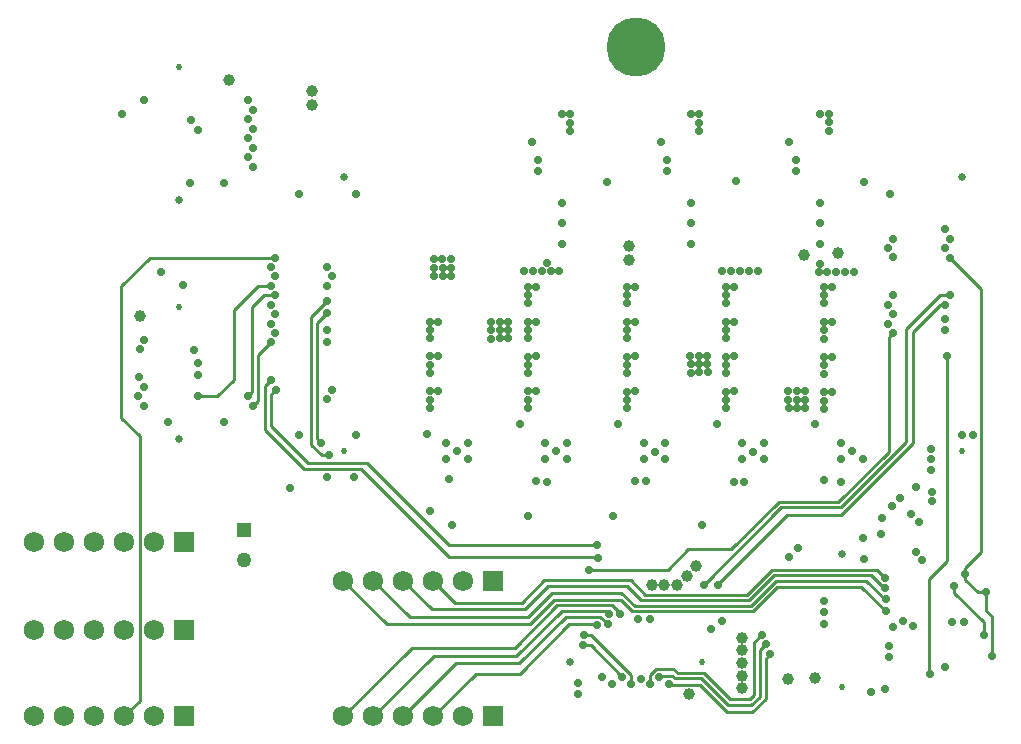
<source format=gbr>
%TF.GenerationSoftware,KiCad,Pcbnew,7.0.2*%
%TF.CreationDate,2023-06-06T11:51:25+03:00*%
%TF.ProjectId,MB_V1,4d425f56-312e-46b6-9963-61645f706362,rev?*%
%TF.SameCoordinates,Original*%
%TF.FileFunction,Copper,L2,Inr*%
%TF.FilePolarity,Positive*%
%FSLAX46Y46*%
G04 Gerber Fmt 4.6, Leading zero omitted, Abs format (unit mm)*
G04 Created by KiCad (PCBNEW 7.0.2) date 2023-06-06 11:51:25*
%MOMM*%
%LPD*%
G01*
G04 APERTURE LIST*
%TA.AperFunction,ComponentPad*%
%ADD10C,1.725000*%
%TD*%
%TA.AperFunction,ComponentPad*%
%ADD11R,1.725000X1.725000*%
%TD*%
%TA.AperFunction,ComponentPad*%
%ADD12C,0.525000*%
%TD*%
%TA.AperFunction,ComponentPad*%
%ADD13C,0.675000*%
%TD*%
%TA.AperFunction,ComponentPad*%
%ADD14R,1.275000X1.275000*%
%TD*%
%TA.AperFunction,ComponentPad*%
%ADD15C,1.275000*%
%TD*%
%TA.AperFunction,ViaPad*%
%ADD16C,0.700000*%
%TD*%
%TA.AperFunction,ViaPad*%
%ADD17C,1.000000*%
%TD*%
%TA.AperFunction,ViaPad*%
%ADD18C,5.000000*%
%TD*%
%TA.AperFunction,Conductor*%
%ADD19C,0.250000*%
%TD*%
G04 APERTURE END LIST*
D10*
%TO.N,Net-(H2-Pad5)*%
%TO.C,J6*%
X82076000Y-160578000D03*
%TO.N,Net-(H2-Pad4)*%
X84616000Y-160578000D03*
%TO.N,Net-(H2-Pad3)*%
X87156000Y-160578000D03*
%TO.N,/PROG_PIN*%
X89696000Y-160578000D03*
%TO.N,GND*%
X92236000Y-160578000D03*
D11*
%TO.N,/VCC_S3_OUT*%
X94776000Y-160578000D03*
%TD*%
D12*
%TO.N,N/C*%
%TO.C,H1*%
X108320000Y-138150000D03*
X160610000Y-138150000D03*
D13*
X108320000Y-114950000D03*
X160610000Y-114950000D03*
%TD*%
D14*
%TO.N,/VIN_WILD*%
%TO.C,J5*%
X99830000Y-144840000D03*
D15*
%TO.N,GND*%
X99830000Y-147380000D03*
%TD*%
D12*
%TO.N,N/C*%
%TO.C,H3*%
X138585000Y-155980000D03*
D13*
X127385000Y-155980000D03*
%TD*%
D11*
%TO.N,/VCC_S1_OUT*%
%TO.C,J1*%
X120936000Y-149140000D03*
D10*
%TO.N,GND*%
X118396000Y-149140000D03*
%TO.N,Net-(H4-Pad2)*%
X115856000Y-149140000D03*
%TO.N,Net-(H4-Pad3)*%
X113316000Y-149140000D03*
%TO.N,Net-(H4-Pad4)*%
X110776000Y-149140000D03*
%TO.N,Net-(H4-Pad5)*%
X108236000Y-149140000D03*
%TD*%
D12*
%TO.N,N/C*%
%TO.C,H2*%
X94290000Y-125910000D03*
D13*
X94290000Y-137110000D03*
%TD*%
D12*
%TO.N,N/C*%
%TO.C,H5*%
X94290000Y-105650000D03*
D13*
X94290000Y-116850000D03*
%TD*%
D11*
%TO.N,/VCC_S4_OUT*%
%TO.C,J2*%
X94776000Y-145858000D03*
D10*
%TO.N,GND*%
X92236000Y-145858000D03*
%TO.N,unconnected-(J2-Pad3)*%
X89696000Y-145858000D03*
%TO.N,unconnected-(J2-Pad4)*%
X87156000Y-145858000D03*
%TO.N,Net-(H5-Pad4)*%
X84616000Y-145858000D03*
%TO.N,Net-(H5-Pad5)*%
X82076000Y-145858000D03*
%TD*%
D12*
%TO.N,N/C*%
%TO.C,H4*%
X150480000Y-158090000D03*
D13*
X150480000Y-146890000D03*
%TD*%
D11*
%TO.N,/VCC_S2_OUT*%
%TO.C,J3*%
X94776000Y-153248000D03*
D10*
%TO.N,GND*%
X92236000Y-153248000D03*
%TO.N,unconnected-(J3-Pad3)*%
X89696000Y-153248000D03*
%TO.N,unconnected-(J3-Pad4)*%
X87156000Y-153248000D03*
%TO.N,Net-(H5-Pad2)*%
X84616000Y-153248000D03*
%TO.N,Net-(H5-Pad3)*%
X82076000Y-153248000D03*
%TD*%
%TO.N,Net-(H3-Pad5)*%
%TO.C,J4*%
X108236000Y-160578000D03*
%TO.N,Net-(H3-Pad4)*%
X110776000Y-160578000D03*
%TO.N,Net-(H3-Pad3)*%
X113316000Y-160578000D03*
%TO.N,Net-(H3-Pad2)*%
X115856000Y-160578000D03*
%TO.N,GND*%
X118396000Y-160578000D03*
D11*
%TO.N,/VCC_S5_OUT*%
X120936000Y-160578000D03*
%TD*%
D16*
%TO.N,GND*%
X131080000Y-143670000D03*
X138570000Y-144380000D03*
X117400000Y-144400000D03*
X123850000Y-143620000D03*
%TO.N,/PWR_I2C_PULLUP*%
X159331904Y-130130000D03*
X157882743Y-157044293D03*
%TO.N,/PWR_MCU_I2C_SDA*%
X154120000Y-158290000D03*
%TO.N,/PWR_MCU_I2C_SCL*%
X152938056Y-158538056D03*
%TO.N,GND*%
X95260000Y-115470000D03*
X137690000Y-118860000D03*
X137690000Y-117150000D03*
X148580000Y-118860000D03*
X148580000Y-120570000D03*
X148580000Y-117150000D03*
X137690000Y-120570000D03*
X126720000Y-118860000D03*
X126720000Y-117150000D03*
X126720000Y-120570000D03*
X148600872Y-122339500D03*
X125460000Y-122210000D03*
%TO.N,/PWR_MCU_BOOTLOADER*%
X163170000Y-155470000D03*
%TO.N,/H2_13*%
X94658056Y-124044500D03*
%TO.N,/H2_12*%
X92769028Y-122942916D03*
%TO.N,/H2_14*%
X95620625Y-129614514D03*
%TO.N,/PWR_MCU_I2C_SCL*%
X107040777Y-138460000D03*
%TO.N,/PWR_MCU_I2C_SDA*%
X106308388Y-137434500D03*
%TO.N,/PWR_MCU_I2C_SCL*%
X159790000Y-152620000D03*
%TO.N,/PWR_MCU_I2C_SDA*%
X160780000Y-152620000D03*
%TO.N,/H3_16*%
X128585498Y-153700000D03*
%TO.N,/H3_17*%
X128520000Y-154600000D03*
X131785000Y-157229502D03*
%TO.N,/H3_16*%
X132589381Y-157846896D03*
%TO.N,Net-(IC7-NRST)*%
X162460000Y-153710000D03*
X159952600Y-149532600D03*
%TO.N,/H3_6*%
X129810000Y-147190000D03*
%TO.N,/H3_7*%
X129700000Y-146130000D03*
%TO.N,/H3_6*%
X133190000Y-152370000D03*
%TO.N,/H3_7*%
X134170000Y-152364500D03*
%TO.N,/H3_19*%
X130160000Y-157229502D03*
%TO.N,/H3_18*%
X130985000Y-157846896D03*
X139930000Y-149450000D03*
%TO.N,/H3_19*%
X138720662Y-149450662D03*
%TO.N,/H3_15*%
X133387920Y-157432848D03*
X129033670Y-148191651D03*
%TO.N,/PWR_MCU_BOOTLOADER*%
X162670000Y-150090000D03*
X160885500Y-148549858D03*
%TO.N,/H4_6*%
X154779832Y-153015500D03*
%TO.N,/H4_7*%
X155645498Y-152535002D03*
%TO.N,/H4_17*%
X148932464Y-150800000D03*
%TO.N,/H4_15*%
X148932464Y-152748719D03*
%TO.N,/H4_16*%
X148932464Y-151774359D03*
%TO.N,/H4_19*%
X146693056Y-146353056D03*
%TO.N,/H4_18*%
X145942334Y-147083778D03*
%TO.N,/H3_8*%
X140310000Y-152505500D03*
%TO.N,/H3_9*%
X139380000Y-153200000D03*
%TO.N,/H3_8*%
X154453056Y-154653056D03*
%TO.N,/H3_9*%
X154460000Y-155600000D03*
%TO.N,/H3_12*%
X135790000Y-157840000D03*
%TO.N,/H3_13*%
X134990498Y-157239500D03*
%TO.N,/H3_14*%
X134190000Y-157840000D03*
%TO.N,/H3_12*%
X144377161Y-155318342D03*
%TO.N,/H3_14*%
X143660000Y-153670000D03*
%TO.N,/H3_13*%
X143985934Y-154508375D03*
%TO.N,GND*%
X159150000Y-156420000D03*
%TO.N,/H2_8*%
X89495500Y-109621747D03*
%TO.N,/H2_9*%
X91320000Y-108450000D03*
%TO.N,/H2_17*%
X95940498Y-133510000D03*
%TO.N,/H2_6*%
X95940498Y-131695500D03*
%TO.N,/H2_7*%
X95888534Y-130689648D03*
%TO.N,/H2_9*%
X91350000Y-128710000D03*
%TO.N,/H2_8*%
X90989462Y-129534086D03*
%TO.N,/H5_7*%
X95324334Y-110075262D03*
%TO.N,/H5_6*%
X95940499Y-110966611D03*
%TO.N,/PROG_PIN*%
X102471067Y-121754863D03*
%TO.N,/H2_17*%
X102070000Y-124154863D03*
%TO.N,/H5_6*%
X102070000Y-125754863D03*
%TO.N,/H3_6*%
X102070000Y-132154863D03*
%TO.N,/H5_19*%
X102070000Y-122554863D03*
%TO.N,/H2_19*%
X102070000Y-128934863D03*
%TO.N,/H5_18*%
X102471067Y-123354863D03*
%TO.N,/H3_7*%
X102481067Y-132954863D03*
%TO.N,/H5_7*%
X102471067Y-126554863D03*
%TO.N,/H2_7*%
X102471067Y-128154863D03*
%TO.N,/H2_18*%
X102471067Y-124954863D03*
%TO.N,/H2_6*%
X102070000Y-127354863D03*
D17*
%TO.N,/VCC2_OUT*%
X105560000Y-108840000D03*
D16*
X154510000Y-116390000D03*
%TO.N,/VCC3*%
X158030000Y-142370000D03*
%TO.N,/H2_19*%
X100610000Y-134311947D03*
%TO.N,/H2_18*%
X100140000Y-133511947D03*
%TO.N,/H2_12*%
X100140000Y-108450000D03*
%TO.N,/H5_15*%
X100610000Y-110841947D03*
%TO.N,/H2_13*%
X100558961Y-109245974D03*
%TO.N,/H2_14*%
X100140000Y-110041947D03*
%TO.N,/H5_19*%
X100610000Y-114051947D03*
%TO.N,/H5_18*%
X100140000Y-113251947D03*
%TO.N,/H5_17*%
X100610000Y-112450000D03*
%TO.N,/H5_16*%
X100140000Y-111651947D03*
X107281067Y-123350000D03*
%TO.N,/H5_17*%
X106880000Y-124150000D03*
%TO.N,/PWR_MCU_I2C_SDA*%
X106860000Y-126440000D03*
%TO.N,/H5_15*%
X106880000Y-122550000D03*
%TO.N,/H3_17*%
X106860000Y-128880000D03*
%TO.N,/H2_9*%
X106880000Y-133750000D03*
%TO.N,/H2_8*%
X107291067Y-132950000D03*
%TO.N,/H3_16*%
X106860000Y-127900000D03*
%TO.N,/PWR_MCU_I2C_SCL*%
X106860000Y-125410000D03*
%TO.N,/PWR_MCU_BOOTLOADER*%
X159560000Y-121760000D03*
%TO.N,/H4_15*%
X159158933Y-120960000D03*
%TO.N,/H3_9*%
X159160337Y-126934708D03*
%TO.N,/H3_18*%
X159158933Y-125760000D03*
%TO.N,/H4_16*%
X159560000Y-120160000D03*
%TO.N,/H4_17*%
X159158933Y-119354863D03*
%TO.N,/H3_8*%
X159158933Y-127890000D03*
%TO.N,/H3_19*%
X159560000Y-124960000D03*
%TO.N,/H3_15*%
X154750000Y-128150000D03*
%TO.N,/H4_6*%
X154348933Y-127350000D03*
%TO.N,/H4_7*%
X154750000Y-126550000D03*
%TO.N,/H4_18*%
X154348933Y-125750000D03*
%TO.N,/H4_19*%
X154750000Y-124950000D03*
%TO.N,/H3_12*%
X154750000Y-121750000D03*
%TO.N,/H3_13*%
X154348933Y-120950000D03*
%TO.N,/H3_14*%
X154750000Y-120150000D03*
D17*
%TO.N,/VCC2_OUT*%
X132390000Y-120770000D03*
X132420000Y-122000500D03*
D16*
%TO.N,GND*%
X142010000Y-138810000D03*
X142010000Y-137460000D03*
X142940000Y-138180000D03*
X150360000Y-137460000D03*
X150360000Y-138790000D03*
X152200000Y-138790000D03*
D17*
%TO.N,/VCC2_OUT*%
X105560000Y-107630000D03*
%TO.N,/VCC3*%
X98540000Y-106700498D03*
X90980000Y-126740000D03*
%TO.N,/VCC2_OUT*%
X137500000Y-158744500D03*
%TO.N,/VCC3*%
X148140000Y-157360000D03*
X145848352Y-157411648D03*
D16*
%TO.N,Net-(H4-Pad3)*%
X154122908Y-149750980D03*
%TO.N,Net-(H4-Pad4)*%
X154172055Y-150655721D03*
%TO.N,Net-(H4-Pad2)*%
X154070000Y-148850000D03*
%TO.N,Net-(H4-Pad5)*%
X154180000Y-151720000D03*
%TO.N,Net-(H3-Pad2)*%
X129695622Y-152833853D03*
%TO.N,Net-(H3-Pad3)*%
X130619642Y-152803985D03*
%TO.N,Net-(H3-Pad4)*%
X130709087Y-151908940D03*
%TO.N,Net-(H3-Pad5)*%
X131659920Y-151905884D03*
%TO.N,GND*%
X152267250Y-147247250D03*
X98140000Y-115450000D03*
X98140000Y-135700000D03*
X93350000Y-135680000D03*
%TO.N,unconnected-(H2-Pad2)*%
X91340000Y-134310000D03*
%TO.N,Net-(H2-Pad3)*%
X90876452Y-133516510D03*
%TO.N,Net-(H2-Pad4)*%
X91306944Y-132726712D03*
%TO.N,Net-(H2-Pad5)*%
X90930000Y-131910000D03*
%TO.N,GND*%
X128090000Y-158720000D03*
X128090000Y-157770000D03*
X160640000Y-136770000D03*
X161560000Y-136770000D03*
X109270000Y-116350000D03*
X104470000Y-116360000D03*
X104470000Y-136760000D03*
D17*
%TO.N,/VCC3*%
X150110000Y-121350000D03*
X147190000Y-121540000D03*
D18*
%TO.N,*%
X133000000Y-103950000D03*
D16*
%TO.N,GND*%
X109270000Y-136760000D03*
X126525000Y-122890000D03*
X139840000Y-135850000D03*
X127150000Y-137450000D03*
X143850000Y-137460000D03*
X116950000Y-138800000D03*
X148455000Y-122950000D03*
X127420000Y-111070000D03*
X140295000Y-122930000D03*
X149207500Y-122950000D03*
X131500000Y-135850000D03*
X143312500Y-122930000D03*
X125020000Y-122890000D03*
X127420000Y-110340000D03*
X151280000Y-138130000D03*
X138330436Y-110350000D03*
X149350872Y-111030000D03*
X134610000Y-138210000D03*
X135500000Y-138800000D03*
X117890000Y-138150000D03*
X137670436Y-109620000D03*
X148590872Y-109620000D03*
X149350872Y-110300000D03*
X127410000Y-109620000D03*
X118800000Y-138800000D03*
X125300000Y-138790000D03*
X135500000Y-137450000D03*
X141800000Y-122930000D03*
X115350000Y-136730000D03*
X141047500Y-122930000D03*
X123515000Y-122890000D03*
X142552500Y-122930000D03*
X151465000Y-122950000D03*
X123140000Y-135850000D03*
X148160000Y-135830000D03*
X150712500Y-122950000D03*
X126260000Y-138170000D03*
X125772500Y-122890000D03*
X125280000Y-137450000D03*
X118800000Y-137460000D03*
X124267500Y-122890000D03*
X138310436Y-109620000D03*
X143860000Y-138800000D03*
X127150000Y-138800000D03*
X149960000Y-122950000D03*
X126700000Y-109620000D03*
X133650000Y-137450000D03*
X138330436Y-111040000D03*
X116950000Y-137460000D03*
X133650000Y-138810000D03*
X142940000Y-138180000D03*
X149310872Y-109630000D03*
X103740000Y-141280000D03*
X156440092Y-152956577D03*
%TO.N,Net-(PS1-CB)*%
X130510000Y-115320000D03*
X124689502Y-114440723D03*
%TO.N,/VCC1*%
X121470000Y-127180000D03*
X120740000Y-127190000D03*
X132250000Y-127180000D03*
X148930000Y-127200000D03*
X122170000Y-127180000D03*
X132940000Y-127170000D03*
X123880000Y-128600000D03*
X123880000Y-127180000D03*
X132250000Y-128600000D03*
X120750000Y-127900000D03*
X124560000Y-127170000D03*
X148930000Y-127910000D03*
X116270000Y-127170000D03*
X121480000Y-127890000D03*
X140590000Y-127180000D03*
X149630000Y-127190000D03*
X132250000Y-127890000D03*
X123880000Y-127890000D03*
X122180000Y-127890000D03*
X140590000Y-127890000D03*
X141290000Y-127170000D03*
X115540000Y-128600000D03*
X122190000Y-128600000D03*
X120760000Y-128610000D03*
X115540000Y-127180000D03*
X121490000Y-128600000D03*
X140590000Y-128600000D03*
X115540000Y-127890000D03*
X148930000Y-128620000D03*
%TO.N,/VIN*%
X132920000Y-124210000D03*
X148930000Y-124210000D03*
X141270000Y-124210000D03*
X140590000Y-125620000D03*
X117340000Y-123320000D03*
X132250000Y-125620000D03*
X115900000Y-122620000D03*
X132250000Y-124210000D03*
X123880000Y-124910000D03*
X116630000Y-122610000D03*
X140590000Y-124210000D03*
X117330000Y-122610000D03*
X149630000Y-124210000D03*
X132250000Y-124910000D03*
X140590000Y-124910000D03*
X116640000Y-123320000D03*
X115910000Y-123330000D03*
X123880000Y-124210000D03*
X123880000Y-125620000D03*
X148930000Y-124910000D03*
X116620000Y-121900000D03*
X148930000Y-125620000D03*
X124560000Y-124210000D03*
X115890000Y-121910000D03*
X117320000Y-121900000D03*
%TO.N,Net-(PS2-CB)*%
X135599938Y-114420723D03*
X141430436Y-115275000D03*
%TO.N,/VCC2*%
X132930000Y-130130000D03*
X123880000Y-130850000D03*
X148930000Y-130880000D03*
X148930000Y-131590000D03*
X138340000Y-130060000D03*
X137620000Y-130780000D03*
X115540000Y-130840000D03*
X132250000Y-131560000D03*
X141280000Y-130130000D03*
X149620000Y-130160000D03*
X137630000Y-131490000D03*
X116240000Y-130120000D03*
X132250000Y-130850000D03*
X140590000Y-130140000D03*
X123880000Y-131560000D03*
X124570000Y-130130000D03*
X139040000Y-130060000D03*
X123880000Y-130140000D03*
X132250000Y-130140000D03*
X115540000Y-130130000D03*
X139060000Y-131480000D03*
X138360000Y-131480000D03*
X148930000Y-130170000D03*
X138350000Y-130770000D03*
X115540000Y-131550000D03*
X140590000Y-130850000D03*
X137610000Y-130070000D03*
X140590000Y-131560000D03*
X139050000Y-130770000D03*
%TO.N,Net-(PS3-CB)*%
X146510327Y-114405463D03*
X152340872Y-115330000D03*
%TO.N,/VCC3*%
X140590000Y-133810000D03*
X140590000Y-134520000D03*
X145910000Y-133800000D03*
X149620000Y-133140000D03*
X123880000Y-133800000D03*
X123880000Y-133090000D03*
X124570000Y-133080000D03*
X123880000Y-134510000D03*
X146650000Y-134500000D03*
X132940000Y-133090000D03*
X132250000Y-134520000D03*
X146640000Y-133790000D03*
X115540000Y-134500000D03*
X145900000Y-133090000D03*
X148930000Y-134570000D03*
X148930000Y-133860000D03*
X115540000Y-133080000D03*
X147330000Y-133080000D03*
X158030000Y-141630000D03*
X132250000Y-133810000D03*
X132250000Y-133100000D03*
X146630000Y-133080000D03*
X141280000Y-133090000D03*
X116230000Y-133070000D03*
X147340000Y-133790000D03*
X145920000Y-134510000D03*
X147350000Y-134500000D03*
X140590000Y-133100000D03*
X115540000Y-133790000D03*
X148930000Y-133150000D03*
%TO.N,Net-(Q1-G)*%
X109160000Y-140360000D03*
X106870000Y-140360000D03*
D17*
%TO.N,/VCC_S4_OUT*%
X137305000Y-148675000D03*
X136490000Y-149460000D03*
X134340000Y-149460000D03*
X138070000Y-147880000D03*
X135415000Y-149460000D03*
%TO.N,/VCC_S5_OUT*%
X142000000Y-156080000D03*
X142000000Y-158220000D03*
X142000000Y-157150000D03*
X142000000Y-155010000D03*
X142000000Y-153940000D03*
D16*
%TO.N,/S1_SW_EN*%
X152208056Y-145501944D03*
X117182225Y-140524712D03*
%TO.N,/S2_SW_EN*%
X125470000Y-140730000D03*
X153780000Y-145140000D03*
%TO.N,/S3_SW_EN*%
X133830000Y-140680000D03*
X153800842Y-143786953D03*
%TO.N,/S4_SW_EN*%
X142180000Y-140730000D03*
X154713888Y-142750000D03*
%TO.N,/S1_SW_IMON*%
X157210000Y-147400000D03*
X115589577Y-143253281D03*
%TO.N,/S2_SW_IMON*%
X156708564Y-146653230D03*
X124570631Y-140714493D03*
%TO.N,/S3_SW_IMON*%
X132930501Y-140682583D03*
X156939500Y-144170000D03*
%TO.N,/S4_SW_IMON*%
X141280582Y-140717679D03*
X156289500Y-143495500D03*
%TO.N,/S5_SW_IMON*%
X148960500Y-140600000D03*
X155349933Y-142113956D03*
%TO.N,/S5_SW_EN*%
X156700000Y-141170000D03*
X150362888Y-140771000D03*
%TO.N,/DCDC3_EN*%
X146510378Y-113505961D03*
X157995500Y-137922594D03*
X145990372Y-111975500D03*
%TO.N,/DCDC2_EN*%
X135079936Y-111975500D03*
X157964053Y-138821546D03*
X135599938Y-113470723D03*
%TO.N,/DCDC1_EN*%
X124180000Y-111995500D03*
X124689502Y-113490723D03*
X157995500Y-139720497D03*
%TD*%
D19*
%TO.N,/H3_7*%
X129690000Y-146120000D02*
X129700000Y-146130000D01*
X110220000Y-139190000D02*
X117150000Y-146120000D01*
X117150000Y-146120000D02*
X129690000Y-146120000D01*
X105260000Y-139190000D02*
X110220000Y-139190000D01*
X102110000Y-133325930D02*
X102110000Y-136040000D01*
X102110000Y-136040000D02*
X105260000Y-139190000D01*
X102481067Y-132954863D02*
X102110000Y-133325930D01*
%TO.N,/H3_6*%
X101560000Y-136330000D02*
X101560000Y-132664863D01*
X109685000Y-139685000D02*
X104915000Y-139685000D01*
X104915000Y-139685000D02*
X101560000Y-136330000D01*
X117140000Y-147140000D02*
X109685000Y-139685000D01*
X129760000Y-147140000D02*
X117140000Y-147140000D01*
X129810000Y-147190000D02*
X129760000Y-147140000D01*
X101560000Y-132664863D02*
X102070000Y-132154863D01*
%TO.N,/PROG_PIN*%
X90970000Y-136860000D02*
X90970000Y-159304000D01*
X90970000Y-159304000D02*
X89696000Y-160578000D01*
X89410000Y-135300000D02*
X90970000Y-136860000D01*
X89410000Y-124199726D02*
X89410000Y-135300000D01*
X91854863Y-121754863D02*
X89410000Y-124199726D01*
X102471067Y-121754863D02*
X91854863Y-121754863D01*
%TO.N,/H2_18*%
X101495137Y-124954863D02*
X102471067Y-124954863D01*
X100500000Y-125950000D02*
X101495137Y-124954863D01*
X100500000Y-133151947D02*
X100500000Y-125950000D01*
X100140000Y-133511947D02*
X100500000Y-133151947D01*
%TO.N,/H2_19*%
X101030000Y-129974863D02*
X102070000Y-128934863D01*
X101030000Y-133891947D02*
X101030000Y-129974863D01*
X100610000Y-134311947D02*
X101030000Y-133891947D01*
%TO.N,Net-(H3-Pad2)*%
X123140000Y-157000000D02*
X119434000Y-157000000D01*
X127320000Y-152820000D02*
X123140000Y-157000000D01*
X129681769Y-152820000D02*
X127320000Y-152820000D01*
X129695622Y-152833853D02*
X129681769Y-152820000D01*
X119434000Y-157000000D02*
X115856000Y-160578000D01*
%TO.N,Net-(H3-Pad3)*%
X127070000Y-152160000D02*
X123110000Y-156120000D01*
X129416027Y-152158853D02*
X129414880Y-152160000D01*
X123110000Y-156120000D02*
X117774000Y-156120000D01*
X129974510Y-152158853D02*
X129416027Y-152158853D01*
X129414880Y-152160000D02*
X127070000Y-152160000D01*
X130619642Y-152803985D02*
X129974510Y-152158853D01*
X117774000Y-156120000D02*
X113316000Y-160578000D01*
%TO.N,Net-(H3-Pad4)*%
X126700000Y-151650000D02*
X122880000Y-155470000D01*
X130709087Y-151908940D02*
X130450147Y-151650000D01*
X130450147Y-151650000D02*
X126700000Y-151650000D01*
X122880000Y-155470000D02*
X115884000Y-155470000D01*
X115884000Y-155470000D02*
X110776000Y-160578000D01*
%TO.N,Net-(H3-Pad5)*%
X114034000Y-154780000D02*
X108236000Y-160578000D01*
X122750000Y-154780000D02*
X114034000Y-154780000D01*
X130970000Y-151200000D02*
X126330000Y-151200000D01*
X131659920Y-151889920D02*
X130970000Y-151200000D01*
X131659920Y-151905884D02*
X131659920Y-151889920D01*
X126330000Y-151200000D02*
X122750000Y-154780000D01*
%TO.N,/PWR_I2C_PULLUP*%
X157825000Y-156986550D02*
X157882743Y-157044293D01*
X157825000Y-148969595D02*
X157825000Y-156986550D01*
X159331904Y-147462691D02*
X157825000Y-148969595D01*
X159331904Y-130130000D02*
X159331904Y-147462691D01*
%TO.N,/PWR_MCU_BOOTLOADER*%
X162235000Y-124435000D02*
X159560000Y-121760000D01*
X160885500Y-148024500D02*
X162235000Y-146675000D01*
X162235000Y-146675000D02*
X162235000Y-124435000D01*
X160885500Y-148549858D02*
X160885500Y-148024500D01*
X161950000Y-150090000D02*
X160885500Y-149025500D01*
X160885500Y-149025500D02*
X160885500Y-148549858D01*
X162670000Y-150090000D02*
X161950000Y-150090000D01*
%TO.N,/H3_17*%
X128520000Y-154600000D02*
X128500000Y-154600000D01*
X129155498Y-154600000D02*
X131785000Y-157229502D01*
X128520000Y-154600000D02*
X129155498Y-154600000D01*
%TO.N,/H3_16*%
X132589381Y-157079288D02*
X132589381Y-157846896D01*
X129210093Y-153700000D02*
X132589381Y-157079288D01*
X128585498Y-153700000D02*
X129210093Y-153700000D01*
%TO.N,Net-(IC7-NRST)*%
X159952600Y-150122600D02*
X162460000Y-152630000D01*
X162460000Y-152630000D02*
X162460000Y-153710000D01*
X159952600Y-149532600D02*
X159952600Y-150122600D01*
%TO.N,/PWR_MCU_BOOTLOADER*%
X163170000Y-152140000D02*
X163170000Y-155470000D01*
X162670000Y-151640000D02*
X163170000Y-152140000D01*
X162670000Y-150090000D02*
X162670000Y-151640000D01*
%TO.N,/H3_15*%
X154740000Y-128150000D02*
X154750000Y-128150000D01*
X150143604Y-142440000D02*
X154390000Y-138193604D01*
X141084928Y-146450000D02*
X145094928Y-142440000D01*
X145094928Y-142440000D02*
X150143604Y-142440000D01*
X154390000Y-128500000D02*
X154740000Y-128150000D01*
X137414595Y-146450000D02*
X141084928Y-146450000D01*
X154390000Y-138193604D02*
X154390000Y-128500000D01*
X135672944Y-148191651D02*
X137414595Y-146450000D01*
X129033670Y-148191651D02*
X135672944Y-148191651D01*
%TO.N,/PWR_MCU_I2C_SDA*%
X106850000Y-126440000D02*
X106860000Y-126440000D01*
X105960000Y-127330000D02*
X106850000Y-126440000D01*
X106308388Y-137434500D02*
X105960000Y-137086112D01*
X105960000Y-137086112D02*
X105960000Y-127330000D01*
%TO.N,/PWR_MCU_I2C_SCL*%
X105510000Y-126760000D02*
X106860000Y-125410000D01*
X105510000Y-137590000D02*
X105510000Y-126760000D01*
X106380000Y-138460000D02*
X105510000Y-137590000D01*
X107040777Y-138460000D02*
X106380000Y-138460000D01*
%TO.N,/H3_18*%
X145790000Y-143530000D02*
X139930000Y-149390000D01*
X150326396Y-143530000D02*
X145790000Y-143530000D01*
X156420000Y-137436396D02*
X150326396Y-143530000D01*
X158720000Y-125760000D02*
X156420000Y-128060000D01*
X156420000Y-128060000D02*
X156420000Y-137436396D01*
X139930000Y-149390000D02*
X139930000Y-149450000D01*
X159158933Y-125760000D02*
X158720000Y-125760000D01*
%TO.N,/H3_19*%
X158740000Y-124960000D02*
X159560000Y-124960000D01*
X150330000Y-142890000D02*
X155870000Y-137350000D01*
X155870000Y-137350000D02*
X155870000Y-127830000D01*
X145281324Y-142890000D02*
X150330000Y-142890000D01*
X155870000Y-127830000D02*
X158740000Y-124960000D01*
X138720662Y-149450662D02*
X145281324Y-142890000D01*
%TO.N,/H3_7*%
X129790000Y-146130000D02*
X129750000Y-146170000D01*
X129700000Y-146130000D02*
X129790000Y-146130000D01*
%TO.N,/H3_18*%
X139870000Y-149450000D02*
X139960000Y-149360000D01*
X139930000Y-149450000D02*
X139870000Y-149450000D01*
%TO.N,/H3_12*%
X135870000Y-157920000D02*
X135790000Y-157840000D01*
X138393604Y-157920000D02*
X135870000Y-157920000D01*
X143970000Y-159102792D02*
X142852792Y-160220000D01*
X140693604Y-160220000D02*
X138393604Y-157920000D01*
X143970000Y-155725503D02*
X143970000Y-159102792D01*
X144377161Y-155318342D02*
X143970000Y-155725503D01*
X142852792Y-160220000D02*
X140693604Y-160220000D01*
%TO.N,/H3_13*%
X135064998Y-157165000D02*
X134990498Y-157239500D01*
X140790000Y-159680000D02*
X138485000Y-157375000D01*
X142756396Y-159680000D02*
X140790000Y-159680000D01*
X143480000Y-158956396D02*
X142756396Y-159680000D01*
X138485000Y-157375000D02*
X136279595Y-157375000D01*
X136279595Y-157375000D02*
X136069595Y-157165000D01*
X143480000Y-155014309D02*
X143480000Y-158956396D01*
X136069595Y-157165000D02*
X135064998Y-157165000D01*
X143985934Y-154508375D02*
X143480000Y-155014309D01*
%TO.N,/H3_14*%
X134190000Y-157085403D02*
X134190000Y-157840000D01*
X134710903Y-156564500D02*
X134190000Y-157085403D01*
X136174500Y-156564500D02*
X134710903Y-156564500D01*
X136535000Y-156925000D02*
X136174500Y-156564500D01*
X138775000Y-156925000D02*
X136535000Y-156925000D01*
X140990000Y-159140000D02*
X138775000Y-156925000D01*
X142660000Y-159140000D02*
X140990000Y-159140000D01*
X143030000Y-158770000D02*
X142660000Y-159140000D01*
X143030000Y-154300000D02*
X143030000Y-158770000D01*
X143660000Y-153670000D02*
X143030000Y-154300000D01*
%TO.N,/PWR_MCU_BOOTLOADER*%
X162670000Y-150090000D02*
X162690000Y-150060000D01*
%TO.N,Net-(H4-Pad4)*%
X113856000Y-152220000D02*
X110776000Y-149140000D01*
X123830000Y-152220000D02*
X113856000Y-152220000D01*
X132880000Y-151240000D02*
X131770000Y-150130000D01*
X131770000Y-150130000D02*
X125920000Y-150130000D01*
X142746396Y-151240000D02*
X132880000Y-151240000D01*
X144886396Y-149100000D02*
X142746396Y-151240000D01*
X152517333Y-149100000D02*
X144886396Y-149100000D01*
X154073054Y-150655721D02*
X152517333Y-149100000D01*
X125920000Y-150130000D02*
X123830000Y-152220000D01*
X154172055Y-150655721D02*
X154073054Y-150655721D01*
%TO.N,Net-(H4-Pad5)*%
X111906000Y-152810000D02*
X108236000Y-149140000D01*
X123993604Y-152810000D02*
X111906000Y-152810000D01*
X132693604Y-151690000D02*
X131753604Y-150750000D01*
X126053604Y-150750000D02*
X123993604Y-152810000D01*
X144982792Y-149640000D02*
X142932792Y-151690000D01*
X142932792Y-151690000D02*
X132693604Y-151690000D01*
X152079009Y-149640000D02*
X144982792Y-149640000D01*
X154159009Y-151720000D02*
X152079009Y-149640000D01*
X154180000Y-151720000D02*
X154159009Y-151720000D01*
X131753604Y-150750000D02*
X126053604Y-150750000D01*
%TO.N,Net-(H4-Pad3)*%
X115726000Y-151550000D02*
X113316000Y-149140000D01*
X123610000Y-151550000D02*
X115726000Y-151550000D01*
X133440000Y-150790000D02*
X132230000Y-149580000D01*
X142560000Y-150790000D02*
X133440000Y-150790000D01*
X144720000Y-148630000D02*
X142560000Y-150790000D01*
X125580000Y-149580000D02*
X123610000Y-151550000D01*
X154016385Y-149750980D02*
X152895405Y-148630000D01*
X152895405Y-148630000D02*
X144720000Y-148630000D01*
X154122908Y-149750980D02*
X154016385Y-149750980D01*
X132230000Y-149580000D02*
X125580000Y-149580000D01*
%TO.N,Net-(H4-Pad2)*%
X117706000Y-150990000D02*
X115856000Y-149140000D01*
X123320000Y-150990000D02*
X117706000Y-150990000D01*
X125220000Y-149090000D02*
X123320000Y-150990000D01*
X132590000Y-149090000D02*
X125220000Y-149090000D01*
X142395000Y-150285000D02*
X133785000Y-150285000D01*
X133785000Y-150285000D02*
X132590000Y-149090000D01*
X154070000Y-148850000D02*
X153400000Y-148180000D01*
X153400000Y-148180000D02*
X144500000Y-148180000D01*
X144500000Y-148180000D02*
X142395000Y-150285000D01*
%TO.N,/H3_8*%
X140310000Y-152505500D02*
X140325500Y-152490000D01*
%TO.N,/H3_9*%
X139380000Y-153200000D02*
X139400000Y-153180000D01*
%TO.N,/H2_17*%
X100995137Y-124154863D02*
X102070000Y-124154863D01*
X98990000Y-126160000D02*
X100995137Y-124154863D01*
X97570000Y-133510000D02*
X98990000Y-132090000D01*
X95940498Y-133510000D02*
X97570000Y-133510000D01*
X98990000Y-132090000D02*
X98990000Y-126160000D01*
%TO.N,Net-(H5-Pad5)*%
X82076000Y-145854000D02*
X82076000Y-145858000D01*
%TO.N,unconnected-(J3-Pad4)*%
X87192000Y-153248000D02*
X87156000Y-153248000D01*
%TO.N,Net-(H5-Pad3)*%
X82112000Y-153248000D02*
X82076000Y-153248000D01*
%TD*%
M02*

</source>
